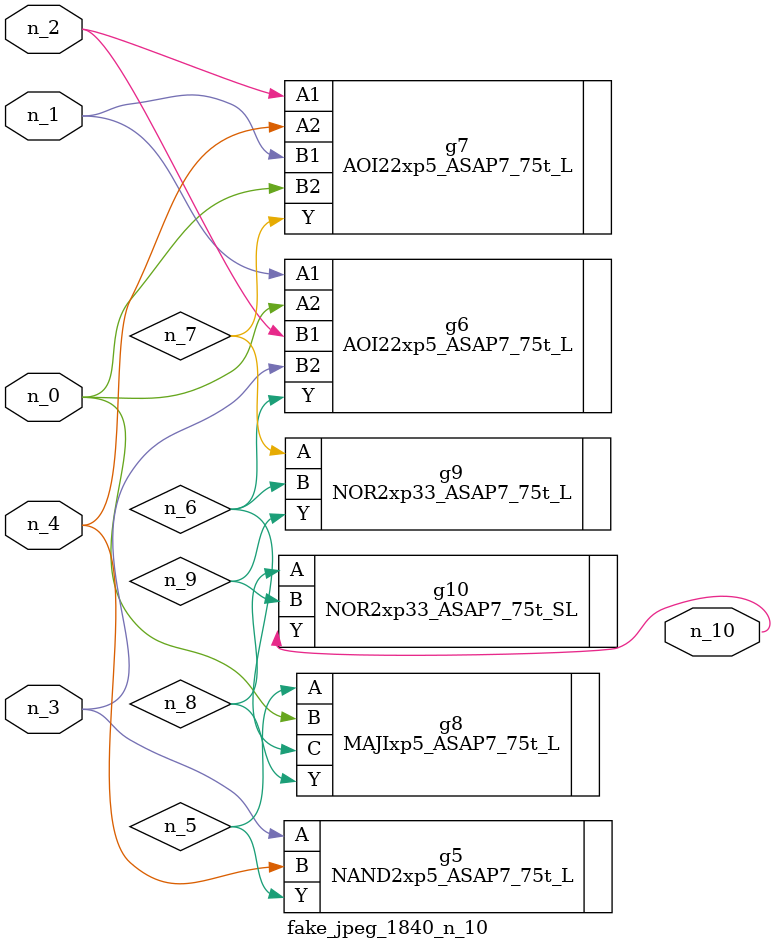
<source format=v>
module fake_jpeg_1840_n_10 (n_3, n_2, n_1, n_0, n_4, n_10);

input n_3;
input n_2;
input n_1;
input n_0;
input n_4;

output n_10;

wire n_8;
wire n_9;
wire n_6;
wire n_5;
wire n_7;

NAND2xp5_ASAP7_75t_L g5 ( 
.A(n_3),
.B(n_4),
.Y(n_5)
);

AOI22xp5_ASAP7_75t_L g6 ( 
.A1(n_1),
.A2(n_0),
.B1(n_2),
.B2(n_3),
.Y(n_6)
);

AOI22xp5_ASAP7_75t_L g7 ( 
.A1(n_2),
.A2(n_4),
.B1(n_1),
.B2(n_0),
.Y(n_7)
);

MAJIxp5_ASAP7_75t_L g8 ( 
.A(n_5),
.B(n_0),
.C(n_6),
.Y(n_8)
);

NOR2xp33_ASAP7_75t_SL g10 ( 
.A(n_8),
.B(n_9),
.Y(n_10)
);

NOR2xp33_ASAP7_75t_L g9 ( 
.A(n_7),
.B(n_6),
.Y(n_9)
);


endmodule
</source>
